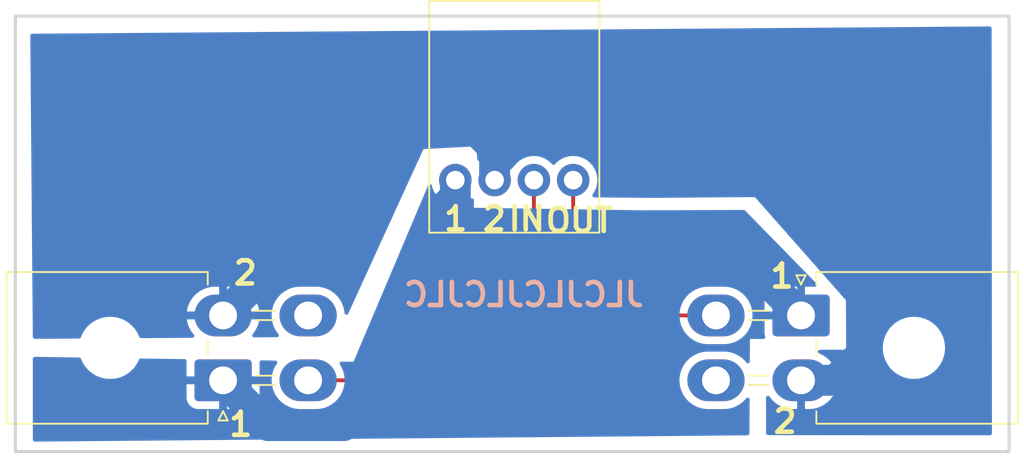
<source format=kicad_pcb>
(kicad_pcb (version 20211014) (generator pcbnew)
  (layers (0 "F.Cu" signal) (31 "B.Cu" signal) (34 "B.Paste" user) (35 "F.Paste" user) (36 "B.SilkS" user "B.Silkscreen") (37 "F.SilkS" user "F.Silkscreen") (38 "B.Mask" user) (39 "F.Mask" user) (44 "Edge.Cuts" user))
  (net 0 "")
  (net 1 "Net-(J1-Pad1)")
  (net 2 "Net-(J1-Pad2)")
  (net 3 "Net-(J1-Pad3)")
  (net 4 "Net-(J2-Pad4)")
  (footprint "SamacSys_Parts:Gniazdo WF kątowe" (layer "F.Cu") (at 118.79 83.29)
    (fp_text reference "J2" hide)
    (fp_text value "Conn_01x04_Female")
    (fp_rect (start -1.7 3.4) (end 9.3 -11.6) (layer "F.SilkS") (width 0.12) (fill none))
    (pad "1" thru_hole circle (at -0.01 0) (size 2.1 2.1) (drill 1.2) (layers *.Cu *.Mask) (net 1 "Net-(J1-Pad1)"))
    (pad "2" thru_hole circle (at 2.53 0) (size 2.1 2.1) (drill 1.2) (layers *.Cu *.Mask) (net 2 "Net-(J1-Pad2)"))
    (pad "3" thru_hole circle (at 5.07 0) (size 2.1 2.1) (drill 1.2) (layers *.Cu *.Mask) (net 3 "Net-(J1-Pad3)"))
    (pad "4" thru_hole circle (at 7.61 0) (size 2.1 2.1) (drill 1.2) (layers *.Cu *.Mask) (net 4 "Net-(J2-Pad4)"))
  )
  (footprint "Connector_Molex:Molex_Mini-Fit_Jr_5569-04A2_2x02_P4.20mm_Horizontal" (layer "F.Cu") (at 103.76 96.25 90)
    (fp_text reference "J1" hide)
    (fp_text value "Conn_01x03_Female")
    (fp_line (start -2.81 -14.01) (end 2.1 -14.01) (layer "F.SilkS") (width 0.12))
    (fp_line (start -0.3 2.11) (end -0.3 3.39) (layer "F.SilkS") (width 0.12))
    (fp_line (start -2.81 -0.99) (end -2.81 -14.01) (layer "F.SilkS") (width 0.12))
    (fp_line (start 1.61 -1) (end 2.59 -1) (layer "F.SilkS") (width 0.12))
    (fp_line (start 4.5 2.11) (end 4.5 3.39) (layer "F.SilkS") (width 0.12))
    (fp_line (start -2 -0.99) (end -2.81 -0.99) (layer "F.SilkS") (width 0.12))
    (fp_line (start 7.01 -14.01) (end 2.1 -14.01) (layer "F.SilkS") (width 0.12))
    (fp_line (start -2 0) (end -2.6 0.3) (layer "F.SilkS") (width 0.12))
    (fp_line (start 7.01 -0.99) (end 7.01 -14.01) (layer "F.SilkS") (width 0.12))
    (fp_line (start -2.6 -0.3) (end -2 0) (layer "F.SilkS") (width 0.12))
    (fp_line (start -2.6 0.3) (end -2.6 -0.3) (layer "F.SilkS") (width 0.12))
    (fp_line (start 6.2 -0.99) (end 7.01 -0.99) (layer "F.SilkS") (width 0.12))
    (fp_line (start 3.9 2.11) (end 3.9 3.39) (layer "F.SilkS") (width 0.12))
    (fp_line (start 0.3 2.11) (end 0.3 3.39) (layer "F.SilkS") (width 0.12))
    (pad "" np_thru_hole circle (at 2.1 -7.3 90) (size 3 3) (drill 3) (layers *.Cu *.Mask))
    (pad "1" thru_hole roundrect (at 0 0 90) (size 2.7 3.7) (drill 1.8) (layers *.Cu *.Mask) (roundrect_rratio 0.09259296296) (net 1 "Net-(J1-Pad1)"))
    (pad "2" thru_hole oval (at 4.2 0 90) (size 2.7 3.7) (drill 1.8) (layers *.Cu *.Mask) (net 2 "Net-(J1-Pad2)"))
    (pad "3" thru_hole oval (at 0 5.5 90) (size 2.7 3.7) (drill 1.8) (layers *.Cu *.Mask) (net 3 "Net-(J1-Pad3)"))
    (pad "4" thru_hole oval (at 4.2 5.5 90) (size 2.7 3.7) (drill 1.8) (layers *.Cu *.Mask))
  )
  (footprint "Connector_Molex:Molex_Mini-Fit_Jr_5569-04A2_2x02_P4.20mm_Horizontal" (layer "F.Cu") (at 141.135 92.05 -90)
    (fp_text reference "J3" hide)
    (fp_text value "Conn_01x03_Female")
    (fp_line (start -2.6 0.3) (end -2.6 -0.3) (layer "F.SilkS") (width 0.12))
    (fp_line (start 7.01 -0.99) (end 7.01 -14.01) (layer "F.SilkS") (width 0.12))
    (fp_line (start -0.3 2.11) (end -0.3 3.39) (layer "F.SilkS") (width 0.12))
    (fp_line (start -2.81 -14.01) (end 2.1 -14.01) (layer "F.SilkS") (width 0.12))
    (fp_line (start -2 0) (end -2.6 0.3) (layer "F.SilkS") (width 0.12))
    (fp_line (start 7.01 -14.01) (end 2.1 -14.01) (layer "F.SilkS") (width 0.12))
    (fp_line (start 3.9 2.11) (end 3.9 3.39) (layer "F.SilkS") (width 0.12))
    (fp_line (start -2.6 -0.3) (end -2 0) (layer "F.SilkS") (width 0.12))
    (fp_line (start 6.2 -0.99) (end 7.01 -0.99) (layer "F.SilkS") (width 0.12))
    (fp_line (start 1.61 -1) (end 2.59 -1) (layer "F.SilkS") (width 0.12))
    (fp_line (start 0.3 2.11) (end 0.3 3.39) (layer "F.SilkS") (width 0.12))
    (fp_line (start 4.5 2.11) (end 4.5 3.39) (layer "F.SilkS") (width 0.12))
    (fp_line (start -2 -0.99) (end -2.81 -0.99) (layer "F.SilkS") (width 0.12))
    (fp_line (start -2.81 -0.99) (end -2.81 -14.01) (layer "F.SilkS") (width 0.12))
    (pad "" np_thru_hole circle (at 2.1 -7.3 270) (size 3 3) (drill 3) (layers *.Cu *.Mask))
    (pad "1" thru_hole roundrect (at 0 0 270) (size 2.7 3.7) (drill 1.8) (layers *.Cu *.Mask) (roundrect_rratio 0.09259296296) (net 1 "Net-(J1-Pad1)"))
    (pad "2" thru_hole oval (at 4.2 0 270) (size 2.7 3.7) (drill 1.8) (layers *.Cu *.Mask) (net 2 "Net-(J1-Pad2)"))
    (pad "3" thru_hole oval (at 0 5.5 270) (size 2.7 3.7) (drill 1.8) (layers *.Cu *.Mask) (net 4 "Net-(J2-Pad4)"))
    (pad "4" thru_hole oval (at 4.2 5.5 270) (size 2.7 3.7) (drill 1.8) (layers *.Cu *.Mask))
  )
  (gr_rect (start 90.33 72.67) (end 154.59 100.86) (layer "Edge.Cuts") (width 0.2) (fill none))
  (gr_text "JLCJLCJLCJLC" (at 123.2 90.7) (layer "B.SilkS") (effects (font (size 1.5 1.5) (thickness 0.3)) (justify mirror)))
  (gr_text "2" (at 121.3 85.8) (layer "F.SilkS") (effects (font (size 1.5 1.5) (thickness 0.3))))
  (gr_text "1" (at 118.8 85.8) (layer "F.SilkS") (effects (font (size 1.5 1.5) (thickness 0.3))))
  (gr_text "1" (at 139.9 89.5) (layer "F.SilkS") (effects (font (size 1.5 1.5) (thickness 0.3))))
  (gr_text "OUT" (at 126.8 85.9) (layer "F.SilkS") (effects (font (size 1.5 1.5) (thickness 0.3))))
  (gr_text "2" (at 105.2 89.3) (layer "F.SilkS") (effects (font (size 1.5 1.5) (thickness 0.3))))
  (gr_text "IN" (at 123.4 85.8) (layer "F.SilkS") (effects (font (size 1.5 1.5) (thickness 0.3))))
  (gr_text "1" (at 104.9 99.1) (layer "F.SilkS") (effects (font (size 1.5 1.5) (thickness 0.3))))
  (gr_text "2" (at 140.1 98.9) (layer "F.SilkS") (effects (font (size 1.5 1.5) (thickness 0.3))))
  (segment (start 118.78 87.29) (end 118.78 83.29) (width 2) (layer "B.Cu") (net 1))
  (segment (start 103.76 96.25) (end 106.69 99.18) (width 2) (layer "B.Cu") (net 1))
  (segment (start 136.375 87.29) (end 141.135 92.05) (width 2) (layer "B.Cu") (net 1))
  (segment (start 106.69 99.18) (end 111.55 99.18) (width 2) (layer "B.Cu") (net 1))
  (segment (start 118.78 91.95) (end 118.78 87.29) (width 2) (layer "B.Cu") (net 1))
  (segment (start 118.78 87.29) (end 136.375 87.29) (width 2) (layer "B.Cu") (net 1))
  (segment (start 111.55 99.18) (end 118.78 91.95) (width 2) (layer "B.Cu") (net 1))
  (segment (start 119.93 79.89) (end 121.32 81.28) (width 2) (layer "B.Cu") (net 2))
  (segment (start 143.35 96.25) (end 141.135 96.25) (width 2) (layer "B.Cu") (net 2))
  (segment (start 121.32 81.28) (end 121.32 83.29) (width 2) (layer "B.Cu") (net 2))
  (segment (start 103.76 92.05) (end 115.92 79.89) (width 2) (layer "B.Cu") (net 2))
  (segment (start 119.93 79.89) (end 139.95 79.89) (width 2) (layer "B.Cu") (net 2))
  (segment (start 115.92 79.89) (end 119.93 79.89) (width 2) (layer "B.Cu") (net 2))
  (segment (start 145.08 94.52) (end 143.35 96.25) (width 2) (layer "B.Cu") (net 2))
  (segment (start 145.08 85.02) (end 145.08 94.52) (width 2) (layer "B.Cu") (net 2))
  (segment (start 139.95 79.89) (end 145.08 85.02) (width 2) (layer "B.Cu") (net 2))
  (segment (start 116.73 96.25) (end 123.86 89.12) (width 0.25) (layer "F.Cu") (net 3))
  (segment (start 109.26 96.25) (end 116.73 96.25) (width 0.25) (layer "F.Cu") (net 3))
  (segment (start 123.86 89.12) (end 123.86 83.29) (width 0.25) (layer "F.Cu") (net 3))
  (segment (start 126.4 83.29) (end 126.4 89.06) (width 0.25) (layer "F.Cu") (net 4))
  (segment (start 126.4 89.06) (end 129.39 92.05) (width 0.25) (layer "F.Cu") (net 4))
  (segment (start 129.39 92.05) (end 135.635 92.05) (width 0.25) (layer "F.Cu") (net 4))
  (zone (net 1) (net_name "Net-(J1-Pad1)") (layer "B.Cu") (connect_pads (clearance 0.508)) (min_thickness 0.254) (fill yes (thermal_gap 0.508) (thermal_bridge_width 0.508))
    (polygon (pts (xy 119.98 85.08) (xy 130.889625 85.244852) (xy 137.48 85.22) (xy 143.84 91.73) (xy 143.84 93.59) (xy 137.83 93.57) (xy 137.8 99.81) (xy 91.46 100.22) (xy 91.458566 94.726438) (xy 112.193588 95.050199) (xy 117.78 81.83) (xy 119.99 81.89)))
  )
  (zone (net 2) (net_name "Net-(J1-Pad2)") (layer "B.Cu") (connect_pads (clearance 0.508)) (min_thickness 0.254) (fill yes (thermal_gap 0.508) (thermal_bridge_width 0.508))
    (polygon (pts (xy 153.48 99.81) (xy 138.873667 99.798729) (xy 138.863589 94.268516) (xy 144.049922 94.269787) (xy 144.04 91.07) (xy 138.15 84.39) (xy 131.54 84.44) (xy 122.65 84.37) (xy 120.37 84.48) (xy 120.14 81.1) (xy 116.72 81.28) (xy 111.167716 93.433892) (xy 91.458839 93.567825) (xy 91.291123 73.813933) (xy 153.46 73.34)))
  )
)
</source>
